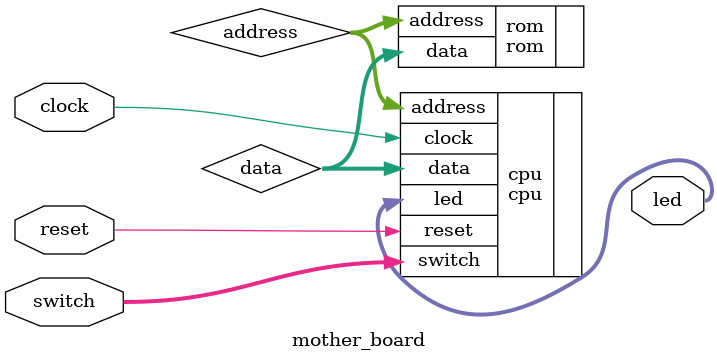
<source format=sv>
/**
 * @name: mother_board.sv
 * @desc: mother board to connect cpu, memory and so on.
 */

module mother_board (
    input   logic       clock,
    input   logic       reset,
    input   logic [3:0] switch,
    output  logic [3:0] led
);
    logic [3:0] address;    // 4 bit address bus
    logic [7:0] data;       // 8 bit data bus

    cpu cpu(.clock, .reset, .address, .data, .switch, .led);
    rom rom(.address, .data);
endmodule

</source>
